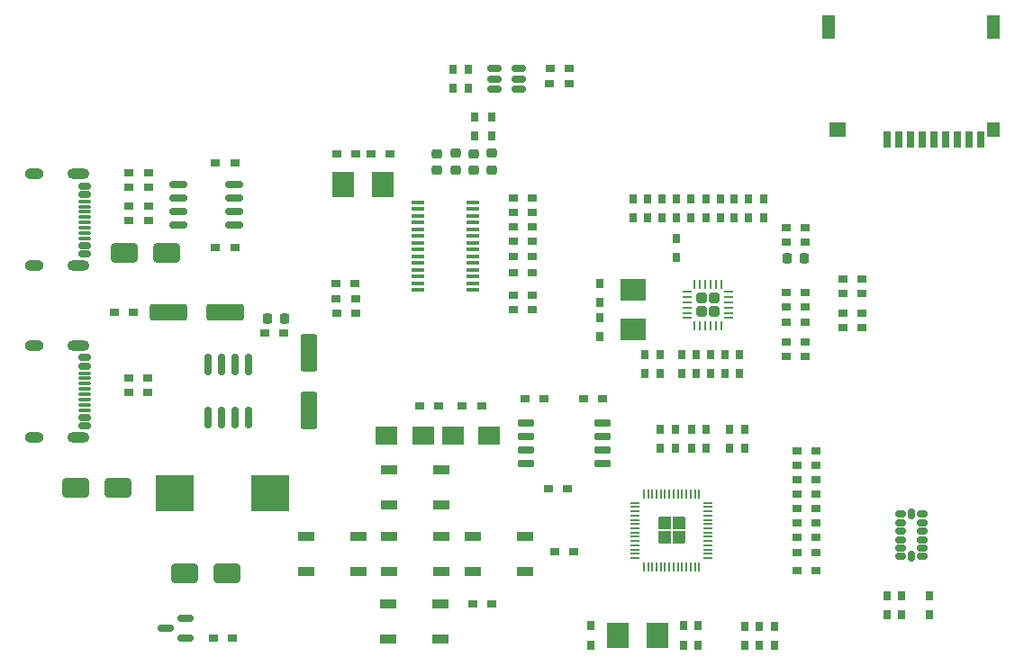
<source format=gbr>
%TF.GenerationSoftware,KiCad,Pcbnew,9.0.3-9.0.3-0~ubuntu24.04.1*%
%TF.CreationDate,2025-07-31T13:59:27+07:00*%
%TF.ProjectId,rp2040_dev,72703230-3430-45f6-9465-762e6b696361,rev?*%
%TF.SameCoordinates,Original*%
%TF.FileFunction,Paste,Top*%
%TF.FilePolarity,Positive*%
%FSLAX46Y46*%
G04 Gerber Fmt 4.6, Leading zero omitted, Abs format (unit mm)*
G04 Created by KiCad (PCBNEW 9.0.3-9.0.3-0~ubuntu24.04.1) date 2025-07-31 13:59:27*
%MOMM*%
%LPD*%
G01*
G04 APERTURE LIST*
G04 Aperture macros list*
%AMRoundRect*
0 Rectangle with rounded corners*
0 $1 Rounding radius*
0 $2 $3 $4 $5 $6 $7 $8 $9 X,Y pos of 4 corners*
0 Add a 4 corners polygon primitive as box body*
4,1,4,$2,$3,$4,$5,$6,$7,$8,$9,$2,$3,0*
0 Add four circle primitives for the rounded corners*
1,1,$1+$1,$2,$3*
1,1,$1+$1,$4,$5*
1,1,$1+$1,$6,$7*
1,1,$1+$1,$8,$9*
0 Add four rect primitives between the rounded corners*
20,1,$1+$1,$2,$3,$4,$5,0*
20,1,$1+$1,$4,$5,$6,$7,0*
20,1,$1+$1,$6,$7,$8,$9,0*
20,1,$1+$1,$8,$9,$2,$3,0*%
%AMFreePoly0*
4,1,19,0.563745,0.600348,0.608674,0.548497,0.619677,0.497915,0.619677,-0.497915,0.600348,-0.563745,0.548497,-0.608674,0.497915,-0.619677,-0.497915,-0.619677,-0.563745,-0.600348,-0.608674,-0.548497,-0.619677,-0.497915,-0.619677,0.397045,-0.600348,0.462875,-0.584014,0.483144,-0.483144,0.584014,-0.422927,0.616894,-0.397045,0.619677,0.497915,0.619677,0.563745,0.600348,0.563745,0.600348,
$1*%
%AMFreePoly1*
4,1,19,0.563745,0.600348,0.608674,0.548497,0.619677,0.497915,0.619677,-0.497915,0.600348,-0.563745,0.548497,-0.608674,0.497915,-0.619677,-0.397045,-0.619677,-0.462875,-0.600348,-0.483144,-0.584014,-0.584014,-0.483144,-0.616894,-0.422927,-0.619677,-0.397045,-0.619677,0.497915,-0.600348,0.563745,-0.548497,0.608674,-0.497915,0.619677,0.497915,0.619677,0.563745,0.600348,0.563745,0.600348,
$1*%
%AMFreePoly2*
4,1,19,0.462875,0.600348,0.483144,0.584014,0.584014,0.483144,0.616894,0.422927,0.619677,0.397045,0.619677,-0.497915,0.600348,-0.563745,0.548497,-0.608674,0.497915,-0.619677,-0.497915,-0.619677,-0.563745,-0.600348,-0.608674,-0.548497,-0.619677,-0.497915,-0.619677,0.497915,-0.600348,0.563745,-0.548497,0.608674,-0.497915,0.619677,0.397045,0.619677,0.462875,0.600348,0.462875,0.600348,
$1*%
%AMFreePoly3*
4,1,19,0.563745,0.600348,0.608674,0.548497,0.619677,0.497915,0.619677,-0.397045,0.600348,-0.462875,0.584014,-0.483144,0.483144,-0.584014,0.422927,-0.616894,0.397045,-0.619677,-0.497915,-0.619677,-0.563745,-0.600348,-0.608674,-0.548497,-0.619677,-0.497915,-0.619677,0.497915,-0.600348,0.563745,-0.548497,0.608674,-0.497915,0.619677,0.497915,0.619677,0.563745,0.600348,0.563745,0.600348,
$1*%
G04 Aperture macros list end*
%ADD10R,0.800000X0.900000*%
%ADD11RoundRect,0.250000X1.000000X0.650000X-1.000000X0.650000X-1.000000X-0.650000X1.000000X-0.650000X0*%
%ADD12R,0.900000X0.800000*%
%ADD13RoundRect,0.250000X-1.500000X-0.550000X1.500000X-0.550000X1.500000X0.550000X-1.500000X0.550000X0*%
%ADD14R,1.200000X0.400000*%
%ADD15RoundRect,0.250000X-0.255000X-0.255000X0.255000X-0.255000X0.255000X0.255000X-0.255000X0.255000X0*%
%ADD16RoundRect,0.062500X-0.375000X-0.062500X0.375000X-0.062500X0.375000X0.062500X-0.375000X0.062500X0*%
%ADD17RoundRect,0.062500X-0.062500X-0.375000X0.062500X-0.375000X0.062500X0.375000X-0.062500X0.375000X0*%
%ADD18RoundRect,0.150000X-0.650000X-0.150000X0.650000X-0.150000X0.650000X0.150000X-0.650000X0.150000X0*%
%ADD19RoundRect,0.150000X-0.425000X0.150000X-0.425000X-0.150000X0.425000X-0.150000X0.425000X0.150000X0*%
%ADD20RoundRect,0.075000X-0.500000X0.075000X-0.500000X-0.075000X0.500000X-0.075000X0.500000X0.075000X0*%
%ADD21O,2.100000X1.000000*%
%ADD22O,1.800000X1.000000*%
%ADD23RoundRect,0.090000X-0.660000X-0.360000X0.660000X-0.360000X0.660000X0.360000X-0.660000X0.360000X0*%
%ADD24RoundRect,0.150000X-0.675000X-0.150000X0.675000X-0.150000X0.675000X0.150000X-0.675000X0.150000X0*%
%ADD25R,2.000000X1.700000*%
%ADD26RoundRect,0.150000X0.150000X-0.825000X0.150000X0.825000X-0.150000X0.825000X-0.150000X-0.825000X0*%
%ADD27RoundRect,0.150000X-0.512500X-0.150000X0.512500X-0.150000X0.512500X0.150000X-0.512500X0.150000X0*%
%ADD28R,2.000000X2.400000*%
%ADD29RoundRect,0.150000X0.325000X0.150000X-0.325000X0.150000X-0.325000X-0.150000X0.325000X-0.150000X0*%
%ADD30RoundRect,0.150000X0.150000X0.325000X-0.150000X0.325000X-0.150000X-0.325000X0.150000X-0.325000X0*%
%ADD31R,0.700000X1.600000*%
%ADD32R,1.200000X1.400000*%
%ADD33R,1.200000X2.200000*%
%ADD34R,1.600000X1.400000*%
%ADD35R,3.550000X3.500000*%
%ADD36RoundRect,0.090000X0.660000X0.360000X-0.660000X0.360000X-0.660000X-0.360000X0.660000X-0.360000X0*%
%ADD37RoundRect,0.150000X0.587500X0.150000X-0.587500X0.150000X-0.587500X-0.150000X0.587500X-0.150000X0*%
%ADD38RoundRect,0.250000X0.550000X-1.500000X0.550000X1.500000X-0.550000X1.500000X-0.550000X-1.500000X0*%
%ADD39FreePoly0,0.000000*%
%ADD40FreePoly1,0.000000*%
%ADD41FreePoly2,0.000000*%
%ADD42FreePoly3,0.000000*%
%ADD43RoundRect,0.050000X-0.387500X-0.050000X0.387500X-0.050000X0.387500X0.050000X-0.387500X0.050000X0*%
%ADD44RoundRect,0.050000X-0.050000X-0.387500X0.050000X-0.387500X0.050000X0.387500X-0.050000X0.387500X0*%
%ADD45RoundRect,0.218750X-0.256250X0.218750X-0.256250X-0.218750X0.256250X-0.218750X0.256250X0.218750X0*%
%ADD46RoundRect,0.218750X0.256250X-0.218750X0.256250X0.218750X-0.256250X0.218750X-0.256250X-0.218750X0*%
%ADD47R,2.400000X2.000000*%
%ADD48RoundRect,0.218750X0.218750X0.256250X-0.218750X0.256250X-0.218750X-0.256250X0.218750X-0.256250X0*%
G04 APERTURE END LIST*
D10*
%TO.C,R62*%
X172413000Y-105634000D03*
X172413000Y-107434000D03*
%TD*%
D11*
%TO.C,D1*%
X116717500Y-118130000D03*
X112717500Y-118130000D03*
%TD*%
D10*
%TO.C,C32*%
X167871000Y-92779869D03*
X167871000Y-90979869D03*
%TD*%
D12*
%TO.C,R34*%
X151850000Y-129080000D03*
X150050000Y-129080000D03*
%TD*%
%TO.C,C41*%
X179522065Y-95060000D03*
X181322065Y-95060000D03*
%TD*%
%TO.C,R11*%
X117740000Y-109226000D03*
X119540000Y-109226000D03*
%TD*%
D10*
%TO.C,C21*%
X161124000Y-131147066D03*
X161124000Y-132947066D03*
%TD*%
D13*
%TO.C,C12*%
X121422000Y-101627000D03*
X126822000Y-101627000D03*
%TD*%
D12*
%TO.C,R29*%
X186681000Y-103097750D03*
X184881000Y-103097750D03*
%TD*%
%TO.C,C29*%
X137213000Y-98987000D03*
X139013000Y-98987000D03*
%TD*%
D14*
%TO.C,U8*%
X144890000Y-91289000D03*
X144890000Y-91924000D03*
X144890000Y-92559000D03*
X144890000Y-93194000D03*
X144890000Y-93829000D03*
X144890000Y-94464000D03*
X144890000Y-95099000D03*
X144890000Y-95734000D03*
X144890000Y-96369000D03*
X144890000Y-97004000D03*
X144890000Y-97639000D03*
X144890000Y-98274000D03*
X144890000Y-98909000D03*
X144890000Y-99544000D03*
X150090000Y-99544000D03*
X150090000Y-98909000D03*
X150090000Y-98274000D03*
X150090000Y-97639000D03*
X150090000Y-97004000D03*
X150090000Y-96369000D03*
X150090000Y-95734000D03*
X150090000Y-95099000D03*
X150090000Y-94464000D03*
X150090000Y-93829000D03*
X150090000Y-93194000D03*
X150090000Y-92559000D03*
X150090000Y-91924000D03*
X150090000Y-91289000D03*
%TD*%
D15*
%TO.C,U9*%
X171549000Y-100327500D03*
X171549000Y-101577500D03*
X172799000Y-100327500D03*
X172799000Y-101577500D03*
D16*
X170236500Y-99702500D03*
X170236500Y-100202500D03*
X170236500Y-100702500D03*
X170236500Y-101202500D03*
X170236500Y-101702500D03*
X170236500Y-102202500D03*
D17*
X170924000Y-102890000D03*
X171424000Y-102890000D03*
X171924000Y-102890000D03*
X172424000Y-102890000D03*
X172924000Y-102890000D03*
X173424000Y-102890000D03*
D16*
X174111500Y-102202500D03*
X174111500Y-101702500D03*
X174111500Y-101202500D03*
X174111500Y-100702500D03*
X174111500Y-100202500D03*
X174111500Y-99702500D03*
D17*
X173424000Y-99015000D03*
X172924000Y-99015000D03*
X172424000Y-99015000D03*
X171924000Y-99015000D03*
X171424000Y-99015000D03*
X170924000Y-99015000D03*
%TD*%
D12*
%TO.C,R14*%
X117760000Y-91666000D03*
X119560000Y-91666000D03*
%TD*%
%TO.C,R24*%
X180545000Y-116045000D03*
X182345000Y-116045000D03*
%TD*%
%TO.C,R6*%
X149088000Y-110451000D03*
X150888000Y-110451000D03*
%TD*%
D10*
%TO.C,R36*%
X151839000Y-83301000D03*
X151839000Y-85101000D03*
%TD*%
D12*
%TO.C,R68*%
X153854000Y-93614000D03*
X155654000Y-93614000D03*
%TD*%
%TO.C,R7*%
X117757000Y-89881000D03*
X119557000Y-89881000D03*
%TD*%
%TO.C,R30*%
X186681000Y-101741750D03*
X184881000Y-101741750D03*
%TD*%
D18*
%TO.C,U3*%
X155028000Y-112105000D03*
X155028000Y-113375000D03*
X155028000Y-114645000D03*
X155028000Y-115915000D03*
X162228000Y-115915000D03*
X162228000Y-114645000D03*
X162228000Y-113375000D03*
X162228000Y-112105000D03*
%TD*%
D10*
%TO.C,C44*%
X162013000Y-102134066D03*
X162013000Y-103934066D03*
%TD*%
D11*
%TO.C,D4*%
X126990000Y-126200000D03*
X122990000Y-126200000D03*
%TD*%
D12*
%TO.C,C26*%
X155674000Y-90910000D03*
X153874000Y-90910000D03*
%TD*%
%TO.C,R3*%
X130517000Y-103631000D03*
X132317000Y-103631000D03*
%TD*%
D19*
%TO.C,J1*%
X113566000Y-105928000D03*
X113566000Y-106728000D03*
D20*
X113566000Y-107878000D03*
X113566000Y-108878000D03*
X113566000Y-109378000D03*
X113566000Y-110378000D03*
D19*
X113566000Y-111528000D03*
X113566000Y-112328000D03*
X113566000Y-112328000D03*
X113566000Y-111528000D03*
D20*
X113566000Y-110878000D03*
X113566000Y-109878000D03*
X113566000Y-108378000D03*
X113566000Y-107378000D03*
D19*
X113566000Y-106728000D03*
X113566000Y-105928000D03*
D21*
X112991000Y-104808000D03*
D22*
X108811000Y-104808000D03*
D21*
X112991000Y-113448000D03*
D22*
X108811000Y-113448000D03*
%TD*%
D23*
%TO.C,D8*%
X134378000Y-122740000D03*
X134378000Y-126040000D03*
X139278000Y-126040000D03*
X139278000Y-122740000D03*
%TD*%
D12*
%TO.C,R18*%
X180545000Y-124232000D03*
X182345000Y-124232000D03*
%TD*%
%TO.C,R31*%
X184858000Y-99901750D03*
X186658000Y-99901750D03*
%TD*%
%TO.C,R19*%
X180545000Y-122847000D03*
X182345000Y-122847000D03*
%TD*%
D24*
%TO.C,U5*%
X122417000Y-89599000D03*
X122417000Y-90869000D03*
X122417000Y-92139000D03*
X122417000Y-93409000D03*
X127667000Y-93409000D03*
X127667000Y-92139000D03*
X127667000Y-90869000D03*
X127667000Y-89599000D03*
%TD*%
D10*
%TO.C,C18*%
X167681000Y-112630632D03*
X167681000Y-114430632D03*
%TD*%
D12*
%TO.C,R37*%
X137242000Y-101750000D03*
X139042000Y-101750000D03*
%TD*%
D10*
%TO.C,C15*%
X177005000Y-132988000D03*
X177005000Y-131188000D03*
%TD*%
D12*
%TO.C,R27*%
X153854000Y-100068000D03*
X155654000Y-100068000D03*
%TD*%
D10*
%TO.C,C17*%
X178446000Y-132988000D03*
X178446000Y-131188000D03*
%TD*%
D12*
%TO.C,R55*%
X179513000Y-102574000D03*
X181313000Y-102574000D03*
%TD*%
D11*
%TO.C,D2*%
X121283500Y-96103000D03*
X117283500Y-96103000D03*
%TD*%
D12*
%TO.C,C13*%
X116373066Y-101651000D03*
X118173066Y-101651000D03*
%TD*%
D10*
%TO.C,C36*%
X169228000Y-90970000D03*
X169228000Y-92770000D03*
%TD*%
D25*
%TO.C,SW2*%
X141970000Y-113264000D03*
X145370000Y-113264000D03*
%TD*%
D10*
%TO.C,R44*%
X166525000Y-92779934D03*
X166525000Y-90979934D03*
%TD*%
D25*
%TO.C,SW1*%
X151582000Y-113264000D03*
X148182000Y-113264000D03*
%TD*%
D10*
%TO.C,R35*%
X150216000Y-83301000D03*
X150216000Y-85101000D03*
%TD*%
%TO.C,C38*%
X170598000Y-90970000D03*
X170598000Y-92770000D03*
%TD*%
%TO.C,C5*%
X175597000Y-132988000D03*
X175597000Y-131188000D03*
%TD*%
D12*
%TO.C,C23*%
X159113000Y-78747500D03*
X157313000Y-78747500D03*
%TD*%
D26*
%TO.C,U2*%
X125141000Y-111554000D03*
X126411000Y-111554000D03*
X127681000Y-111554000D03*
X128951000Y-111554000D03*
X128951000Y-106604000D03*
X127681000Y-106604000D03*
X126411000Y-106604000D03*
X125141000Y-106604000D03*
%TD*%
D27*
%TO.C,U7*%
X152070500Y-78746500D03*
X152070500Y-79696500D03*
X152070500Y-80646500D03*
X154345500Y-80646500D03*
X154345500Y-79696500D03*
X154345500Y-78746500D03*
%TD*%
D12*
%TO.C,R28*%
X184866000Y-98511750D03*
X186666000Y-98511750D03*
%TD*%
%TO.C,C28*%
X137237000Y-100384000D03*
X139037000Y-100384000D03*
%TD*%
D10*
%TO.C,R4*%
X190410000Y-128340000D03*
X190410000Y-130140000D03*
%TD*%
D12*
%TO.C,C19*%
X125894000Y-95519000D03*
X127694000Y-95519000D03*
%TD*%
%TO.C,C3*%
X160442000Y-109743000D03*
X162242000Y-109743000D03*
%TD*%
D28*
%TO.C,Y2*%
X137895000Y-89594500D03*
X141595000Y-89594500D03*
%TD*%
D10*
%TO.C,C16*%
X169101000Y-112630632D03*
X169101000Y-114430632D03*
%TD*%
D12*
%TO.C,C33*%
X181322935Y-104472000D03*
X179522935Y-104472000D03*
%TD*%
D29*
%TO.C,U4*%
X192292500Y-124637500D03*
X192292500Y-123837500D03*
X192292500Y-123037500D03*
X192292500Y-122237500D03*
X192292500Y-121437500D03*
X192292500Y-120637500D03*
D30*
X191292500Y-120637500D03*
D29*
X190292500Y-120637500D03*
X190292500Y-121437500D03*
X190292500Y-122237500D03*
X190292500Y-123037500D03*
X190292500Y-123837500D03*
X190292500Y-124637500D03*
D30*
X191292500Y-124637500D03*
%TD*%
D12*
%TO.C,C1*%
X157178000Y-118259000D03*
X158978000Y-118259000D03*
%TD*%
%TO.C,R2*%
X154954000Y-109742500D03*
X156754000Y-109742500D03*
%TD*%
D31*
%TO.C,J3*%
X189000000Y-85409395D03*
X190100000Y-85409395D03*
X191200000Y-85409395D03*
X192300000Y-85409395D03*
X193400000Y-85409395D03*
X194500000Y-85409395D03*
X195600000Y-85409395D03*
X196700000Y-85409395D03*
X197800000Y-85409395D03*
D32*
X199000000Y-84459395D03*
D33*
X199000000Y-74859395D03*
D34*
X184400000Y-84459395D03*
D33*
X183500000Y-74859395D03*
%TD*%
D12*
%TO.C,C2*%
X157780000Y-124190000D03*
X159580000Y-124190000D03*
%TD*%
%TO.C,C45*%
X181322935Y-101189000D03*
X179522935Y-101189000D03*
%TD*%
D19*
%TO.C,J2*%
X113566000Y-89764000D03*
X113566000Y-90564000D03*
D20*
X113566000Y-91714000D03*
X113566000Y-92714000D03*
X113566000Y-93214000D03*
X113566000Y-94214000D03*
D19*
X113566000Y-95364000D03*
X113566000Y-96164000D03*
X113566000Y-96164000D03*
X113566000Y-95364000D03*
D20*
X113566000Y-94714000D03*
X113566000Y-93714000D03*
X113566000Y-92214000D03*
X113566000Y-91214000D03*
D19*
X113566000Y-90564000D03*
X113566000Y-89764000D03*
D21*
X112991000Y-88644000D03*
D22*
X108811000Y-88644000D03*
D21*
X112991000Y-97284000D03*
D22*
X108811000Y-97284000D03*
%TD*%
D10*
%TO.C,C11*%
X174211000Y-112682066D03*
X174211000Y-114482066D03*
%TD*%
D12*
%TO.C,C7*%
X182306000Y-125987000D03*
X180506000Y-125987000D03*
%TD*%
D35*
%TO.C,L1*%
X122055000Y-118642500D03*
X131005000Y-118642500D03*
%TD*%
D12*
%TO.C,C30*%
X140487000Y-86755500D03*
X142287000Y-86755500D03*
%TD*%
%TO.C,R9*%
X146891000Y-110445000D03*
X145091000Y-110445000D03*
%TD*%
D10*
%TO.C,R63*%
X173778000Y-105634000D03*
X173778000Y-107434000D03*
%TD*%
%TO.C,R54*%
X175142000Y-105634000D03*
X175142000Y-107434000D03*
%TD*%
D12*
%TO.C,R26*%
X180545000Y-114680000D03*
X182345000Y-114680000D03*
%TD*%
D10*
%TO.C,R10*%
X170621000Y-112630566D03*
X170621000Y-114430566D03*
%TD*%
D12*
%TO.C,C34*%
X181322935Y-105832000D03*
X179522935Y-105832000D03*
%TD*%
D10*
%TO.C,R43*%
X177376000Y-92779934D03*
X177376000Y-90979934D03*
%TD*%
D12*
%TO.C,R13*%
X117760000Y-93039000D03*
X119560000Y-93039000D03*
%TD*%
%TO.C,C24*%
X155674000Y-96394000D03*
X153874000Y-96394000D03*
%TD*%
D36*
%TO.C,D9*%
X147020000Y-132378000D03*
X147020000Y-129078000D03*
X142120000Y-129078000D03*
X142120000Y-132378000D03*
%TD*%
D12*
%TO.C,C27*%
X155647000Y-97950000D03*
X153847000Y-97950000D03*
%TD*%
%TO.C,R20*%
X180545000Y-121484000D03*
X182345000Y-121484000D03*
%TD*%
%TO.C,R22*%
X180545000Y-118767000D03*
X182345000Y-118767000D03*
%TD*%
D10*
%TO.C,C4*%
X192960000Y-130110000D03*
X192960000Y-128310000D03*
%TD*%
D12*
%TO.C,R23*%
X180545000Y-117405000D03*
X182345000Y-117405000D03*
%TD*%
D10*
%TO.C,C39*%
X166254000Y-105642500D03*
X166254000Y-107442500D03*
%TD*%
D37*
%TO.C,Q1*%
X123086500Y-132327500D03*
X123086500Y-130427500D03*
X121211500Y-131377500D03*
%TD*%
D38*
%TO.C,C14*%
X134662000Y-110887000D03*
X134662000Y-105487000D03*
%TD*%
D10*
%TO.C,C46*%
X162013000Y-100711000D03*
X162013000Y-98911000D03*
%TD*%
%TO.C,C6*%
X148240000Y-80559000D03*
X148240000Y-78759000D03*
%TD*%
%TO.C,R45*%
X171955000Y-92779934D03*
X171955000Y-90979934D03*
%TD*%
%TO.C,R42*%
X174661000Y-92779934D03*
X174661000Y-90979934D03*
%TD*%
D23*
%TO.C,D7*%
X142220000Y-122740000D03*
X142220000Y-126040000D03*
X147120000Y-126040000D03*
X147120000Y-122740000D03*
%TD*%
D39*
%TO.C,U6*%
X168066000Y-121505000D03*
D40*
X168066000Y-122855000D03*
D41*
X169416000Y-121505000D03*
D42*
X169416000Y-122855000D03*
D43*
X165303500Y-119580000D03*
X165303500Y-119980000D03*
X165303500Y-120380000D03*
X165303500Y-120780000D03*
X165303500Y-121180000D03*
X165303500Y-121580000D03*
X165303500Y-121980000D03*
X165303500Y-122380000D03*
X165303500Y-122780000D03*
X165303500Y-123180000D03*
X165303500Y-123580000D03*
X165303500Y-123980000D03*
X165303500Y-124380000D03*
X165303500Y-124780000D03*
D44*
X166141000Y-125617500D03*
X166541000Y-125617500D03*
X166941000Y-125617500D03*
X167341000Y-125617500D03*
X167741000Y-125617500D03*
X168141000Y-125617500D03*
X168541000Y-125617500D03*
X168941000Y-125617500D03*
X169341000Y-125617500D03*
X169741000Y-125617500D03*
X170141000Y-125617500D03*
X170541000Y-125617500D03*
X170941000Y-125617500D03*
X171341000Y-125617500D03*
D43*
X172178500Y-124780000D03*
X172178500Y-124380000D03*
X172178500Y-123980000D03*
X172178500Y-123580000D03*
X172178500Y-123180000D03*
X172178500Y-122780000D03*
X172178500Y-122380000D03*
X172178500Y-121980000D03*
X172178500Y-121580000D03*
X172178500Y-121180000D03*
X172178500Y-120780000D03*
X172178500Y-120380000D03*
X172178500Y-119980000D03*
X172178500Y-119580000D03*
D44*
X171341000Y-118742500D03*
X170941000Y-118742500D03*
X170541000Y-118742500D03*
X170141000Y-118742500D03*
X169741000Y-118742500D03*
X169341000Y-118742500D03*
X168941000Y-118742500D03*
X168541000Y-118742500D03*
X168141000Y-118742500D03*
X167741000Y-118742500D03*
X167341000Y-118742500D03*
X166941000Y-118742500D03*
X166541000Y-118742500D03*
X166141000Y-118742500D03*
%TD*%
D12*
%TO.C,C40*%
X179522065Y-93661000D03*
X181322065Y-93661000D03*
%TD*%
D45*
%TO.C,D10*%
X146652000Y-86720000D03*
X146652000Y-88295000D03*
%TD*%
D12*
%TO.C,R33*%
X127500000Y-132300000D03*
X125700000Y-132300000D03*
%TD*%
D10*
%TO.C,R60*%
X169691000Y-105634000D03*
X169691000Y-107434000D03*
%TD*%
D12*
%TO.C,C31*%
X139058369Y-86755500D03*
X137258369Y-86755500D03*
%TD*%
D10*
%TO.C,C35*%
X167644000Y-105642500D03*
X167644000Y-107442500D03*
%TD*%
%TO.C,R15*%
X171982000Y-112630566D03*
X171982000Y-114430566D03*
%TD*%
%TO.C,R64*%
X169240000Y-96528000D03*
X169240000Y-94728000D03*
%TD*%
D12*
%TO.C,R12*%
X117740000Y-107879000D03*
X119540000Y-107879000D03*
%TD*%
D28*
%TO.C,Y1*%
X167414000Y-132073000D03*
X163714000Y-132073000D03*
%TD*%
D12*
%TO.C,R32*%
X155664000Y-101429000D03*
X153864000Y-101429000D03*
%TD*%
D10*
%TO.C,C9*%
X175617000Y-112682066D03*
X175617000Y-114482066D03*
%TD*%
D46*
%TO.C,D13*%
X151821000Y-88255000D03*
X151821000Y-86680000D03*
%TD*%
D12*
%TO.C,R69*%
X153854000Y-92261000D03*
X155654000Y-92261000D03*
%TD*%
%TO.C,R8*%
X117757000Y-88515000D03*
X119557000Y-88515000D03*
%TD*%
%TO.C,R66*%
X179513000Y-99834000D03*
X181313000Y-99834000D03*
%TD*%
D45*
%TO.C,D12*%
X150161000Y-86720000D03*
X150161000Y-88295000D03*
%TD*%
D47*
%TO.C,Y3*%
X165131000Y-99582000D03*
X165131000Y-103282000D03*
%TD*%
D10*
%TO.C,R16*%
X169852000Y-132957000D03*
X169852000Y-131157000D03*
%TD*%
D23*
%TO.C,D6*%
X142170000Y-116502000D03*
X142170000Y-119802000D03*
X147070000Y-119802000D03*
X147070000Y-116502000D03*
%TD*%
D48*
%TO.C,FB1*%
X181205500Y-96571000D03*
X179630500Y-96571000D03*
%TD*%
D10*
%TO.C,R5*%
X189056000Y-128340000D03*
X189056000Y-130140000D03*
%TD*%
D36*
%TO.C,D5*%
X154940000Y-126030000D03*
X154940000Y-122730000D03*
X150040000Y-122730000D03*
X150040000Y-126030000D03*
%TD*%
D10*
%TO.C,C42*%
X173337000Y-90970000D03*
X173337000Y-92770000D03*
%TD*%
%TO.C,C8*%
X149610000Y-80577066D03*
X149610000Y-78777066D03*
%TD*%
D12*
%TO.C,C25*%
X155670000Y-94994000D03*
X153870000Y-94994000D03*
%TD*%
%TO.C,R21*%
X180545000Y-120122000D03*
X182345000Y-120122000D03*
%TD*%
D48*
%TO.C,D3*%
X132339500Y-102207000D03*
X130764500Y-102207000D03*
%TD*%
D12*
%TO.C,C20*%
X125894000Y-87609000D03*
X127694000Y-87609000D03*
%TD*%
D10*
%TO.C,C22*%
X171205000Y-131147066D03*
X171205000Y-132947066D03*
%TD*%
%TO.C,R59*%
X171053000Y-105634000D03*
X171053000Y-107434000D03*
%TD*%
D46*
%TO.C,D11*%
X148435000Y-88255000D03*
X148435000Y-86680000D03*
%TD*%
D10*
%TO.C,C37*%
X165148000Y-90970000D03*
X165148000Y-92770000D03*
%TD*%
D12*
%TO.C,R17*%
X159103000Y-80125500D03*
X157303000Y-80125500D03*
%TD*%
D10*
%TO.C,C43*%
X176016000Y-90970000D03*
X176016000Y-92770000D03*
%TD*%
M02*

</source>
